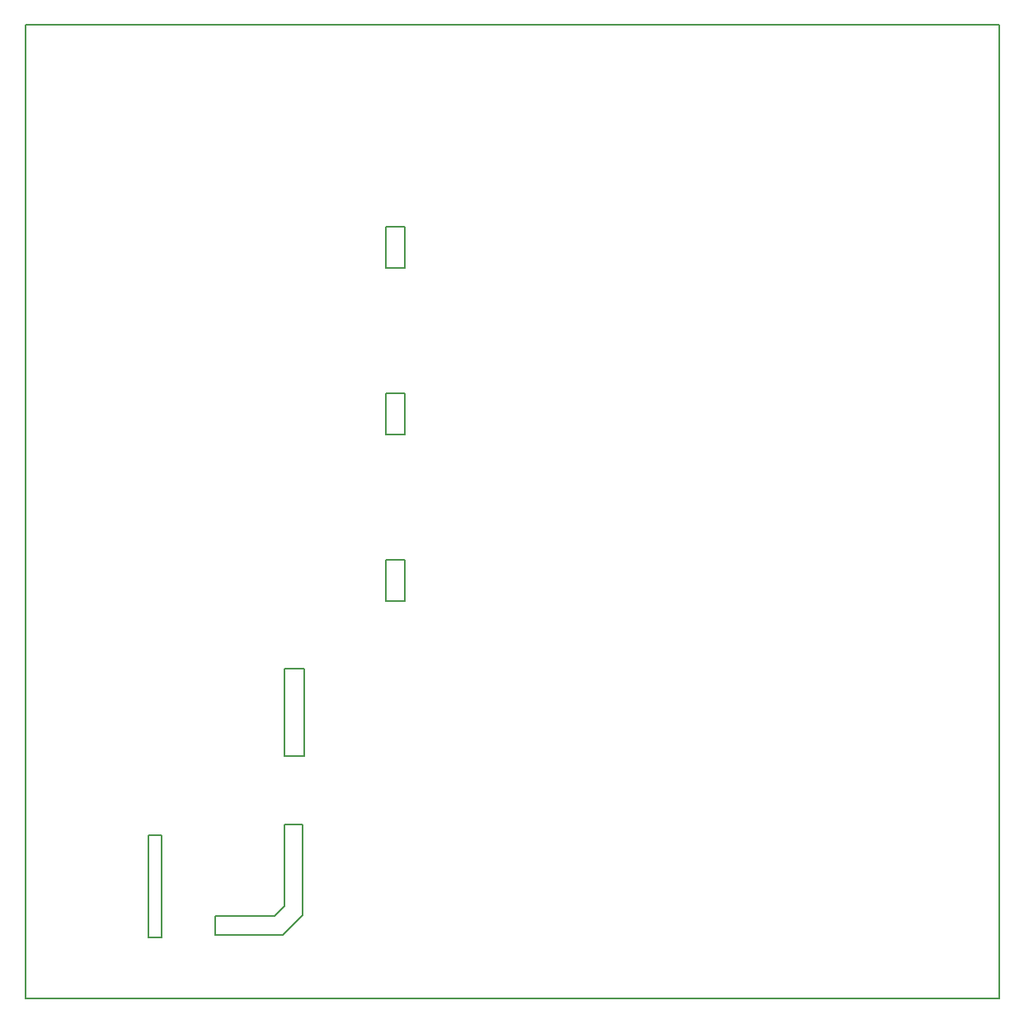
<source format=gko>
G04*
G04 #@! TF.GenerationSoftware,Altium Limited,Altium Designer,19.1.9 (167)*
G04*
G04 Layer_Color=16711935*
%FSLAX24Y24*%
%MOIN*%
G70*
G01*
G75*
%ADD18C,0.0079*%
D18*
X23307Y33386D02*
X24094D01*
Y31693D02*
Y33386D01*
X23307Y31693D02*
X24094D01*
X23307D02*
Y33386D01*
Y26654D02*
X24094D01*
Y24961D02*
Y26654D01*
X23307Y24961D02*
X24094D01*
X23307D02*
Y26654D01*
X13701Y8780D02*
X14252D01*
Y4646D02*
Y8780D01*
X13701Y4646D02*
X14252D01*
X13701D02*
Y8780D01*
X19134Y4724D02*
X19961Y5551D01*
X19134Y4724D02*
Y4724D01*
X16417Y4724D02*
X19134D01*
X19961Y5551D02*
Y9213D01*
X19213D02*
X19961D01*
X16417Y4724D02*
Y5512D01*
X18819D01*
X19213Y5906D01*
Y9213D01*
Y15512D02*
X20000D01*
Y11968D02*
Y15512D01*
X19213Y11968D02*
X20000D01*
X19213D02*
Y15512D01*
X23307Y18228D02*
Y19921D01*
Y18228D02*
X24094D01*
Y19921D01*
X23307D02*
X24094D01*
X8740Y2165D02*
Y41535D01*
Y2165D02*
X48110D01*
Y41535D01*
X8740D02*
X48110D01*
M02*

</source>
